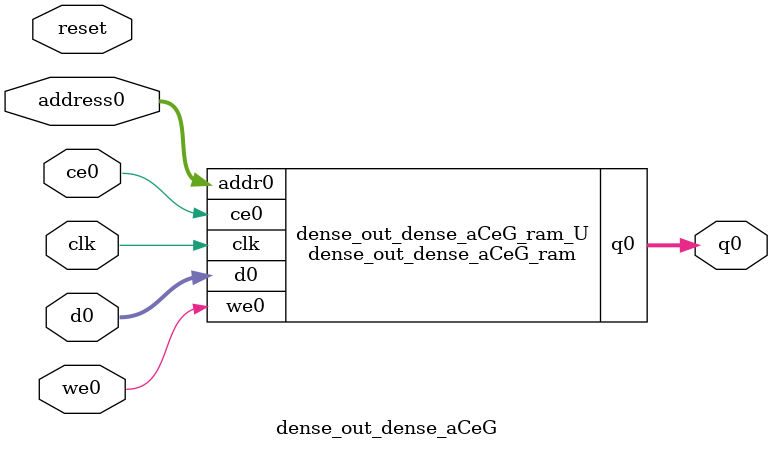
<source format=v>
`timescale 1 ns / 1 ps
module dense_out_dense_aCeG_ram (addr0, ce0, d0, we0, q0,  clk);

parameter DWIDTH = 14;
parameter AWIDTH = 4;
parameter MEM_SIZE = 10;

input[AWIDTH-1:0] addr0;
input ce0;
input[DWIDTH-1:0] d0;
input we0;
output reg[DWIDTH-1:0] q0;
input clk;

(* ram_style = "distributed" *)reg [DWIDTH-1:0] ram[0:MEM_SIZE-1];




always @(posedge clk)  
begin 
    if (ce0) 
    begin
        if (we0) 
        begin 
            ram[addr0] <= d0; 
        end 
        q0 <= ram[addr0];
    end
end


endmodule

`timescale 1 ns / 1 ps
module dense_out_dense_aCeG(
    reset,
    clk,
    address0,
    ce0,
    we0,
    d0,
    q0);

parameter DataWidth = 32'd14;
parameter AddressRange = 32'd10;
parameter AddressWidth = 32'd4;
input reset;
input clk;
input[AddressWidth - 1:0] address0;
input ce0;
input we0;
input[DataWidth - 1:0] d0;
output[DataWidth - 1:0] q0;



dense_out_dense_aCeG_ram dense_out_dense_aCeG_ram_U(
    .clk( clk ),
    .addr0( address0 ),
    .ce0( ce0 ),
    .we0( we0 ),
    .d0( d0 ),
    .q0( q0 ));

endmodule


</source>
